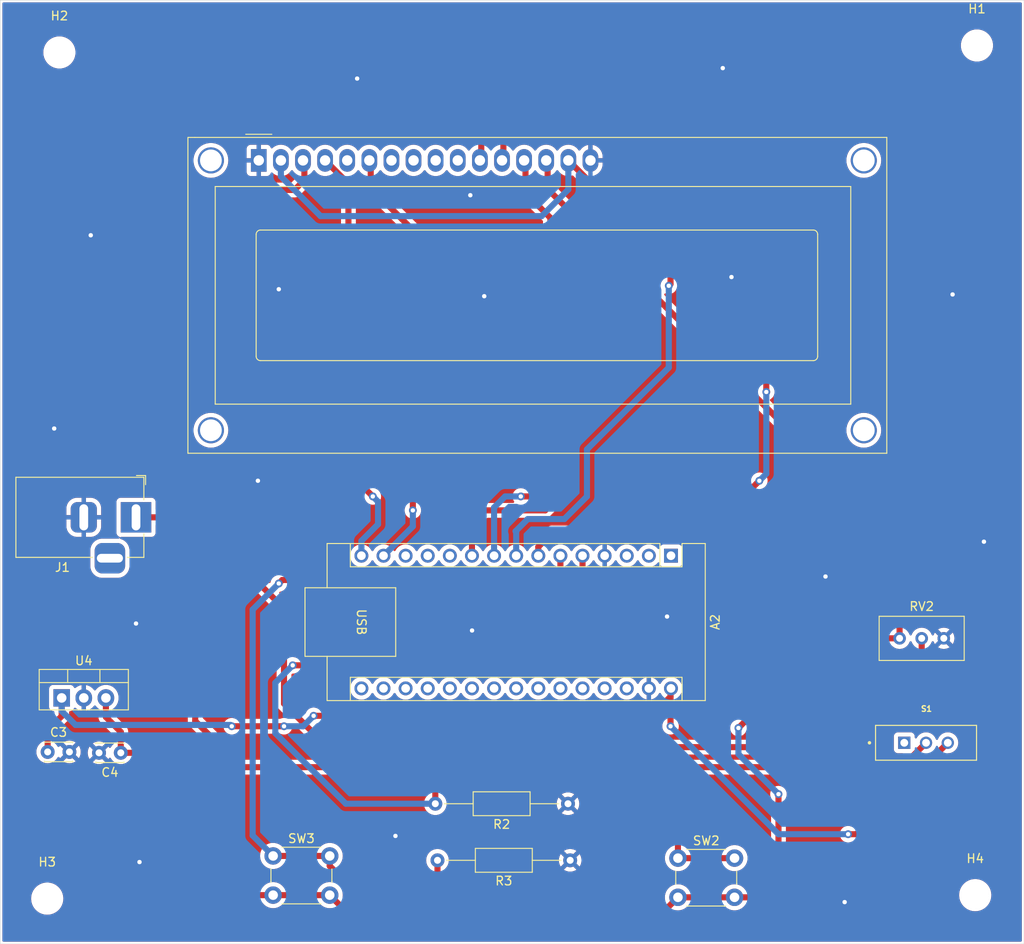
<source format=kicad_pcb>
(kicad_pcb (version 20221018) (generator pcbnew)
  (title_block (title "Game ") (date "2023-11-10") (rev "V.1") (company "Portland State University "))
  (layers (0 "F.Cu" signal) (31 "B.Cu" signal) (34 "B.Paste" user) (35 "F.Paste" user) (36 "B.SilkS" user "B.Silkscreen") (37 "F.SilkS" user "F.Silkscreen") (38 "B.Mask" user) (39 "F.Mask" user) (44 "Edge.Cuts" user))
  (net 0 "")
  (net 4 "GND")
  (net 7 "Net-(A2-D4)")
  (net 8 "Net-(A2-D5)")
  (net 9 "Net-(A2-D6)")
  (net 10 "Net-(A2-D7)")
  (net 11 "Net-(A2-D3)")
  (net 12 "Net-(A2-D2)")
  (net 14 "Net-(A2-D11)")
  (net 15 "Net-(A2-D12)")
  (net 29 "+9V")
  (net 30 "+5V")
  (net 31 "Net-(J1-Pad1)")
  (net 32 "Net-(U2-VO)")
  (footprint "MountingHole:MountingHole_3.2mm_M3" (layer "F.Cu") (at 194.4 131)
    (fp_text reference "H4" (at 0 -4.2) (layer "F.SilkS"))
    (fp_text value "MountingHole")
    (pad "" np_thru_hole circle (at 0 0) (size 3.2 3.2) (drill 3.2) (layers "*.Cu" "*.Mask"))
  )
  (footprint "Button_Switch_THT:SW_PUSH_6mm_H5mm" (layer "F.Cu") (at 160.25 126.75)
    (fp_text reference "SW2" (at 3.25 -2) (layer "F.SilkS"))
    (fp_text value "SW_Push")
    (fp_line (start -0.25 1.5) (end -0.25 3) (stroke (width 0.12)) (layer "F.SilkS"))
    (fp_line (start 1 5.5) (end 5.5 5.5) (stroke (width 0.12)) (layer "F.SilkS"))
    (fp_line (start 5.5 -1) (end 1 -1) (stroke (width 0.12)) (layer "F.SilkS"))
    (fp_line (start 6.75 3) (end 6.75 1.5) (stroke (width 0.12)) (layer "F.SilkS"))
    (pad "1" thru_hole circle (at 0 0 90) (size 2 2) (drill 1.1) (layers "*.Cu" "*.Mask") (net 12 "Net-(A2-D2)"))
    (pad "1" thru_hole circle (at 6.5 0 90) (size 2 2) (drill 1.1) (layers "*.Cu" "*.Mask") (net 12 "Net-(A2-D2)"))
    (pad "2" thru_hole circle (at 0 4.5 90) (size 2 2) (drill 1.1) (layers "*.Cu" "*.Mask") (net 30 "+5V"))
    (pad "2" thru_hole circle (at 6.5 4.5 90) (size 2 2) (drill 1.1) (layers "*.Cu" "*.Mask") (net 30 "+5V"))
  )
  (footprint "Display:WC1602A" (layer "F.Cu") (at 112.1 46.6)
    (fp_text reference "U2" hide)
    (fp_text value "LCD-16X2")
    (fp_line (start -8.14 -2.64) (end -8.14 33.64) (stroke (width 0.12)) (layer "F.SilkS"))
    (fp_line (start -8.14 33.64) (end 72.14 33.64) (stroke (width 0.12)) (layer "F.SilkS"))
    (fp_line (start -8.13 -2.64) (end -7.34 -2.64) (stroke (width 0.12)) (layer "F.SilkS"))
    (fp_line (start -5 3) (end 68 3) (stroke (width 0.12)) (layer "F.SilkS"))
    (fp_line (start -5 28) (end -5 3) (stroke (width 0.12)) (layer "F.SilkS"))
    (fp_line (start -1.5 -3) (end 1.5 -3) (stroke (width 0.12)) (layer "F.SilkS"))
    (fp_line (start -0.29972 22.49932) (end -0.29972 8.5) (stroke (width 0.12)) (layer "F.SilkS"))
    (fp_line (start 0.2 8) (end 63.7 8) (stroke (width 0.12)) (layer "F.SilkS"))
    (fp_line (start 63.70066 23) (end 0.2 23) (stroke (width 0.12)) (layer "F.SilkS"))
    (fp_line (start 64.2 8.5) (end 64.2 22.5) (stroke (width 0.12)) (layer "F.SilkS"))
    (fp_line (start 68 3) (end 68 28) (stroke (width 0.12)) (layer "F.SilkS"))
    (fp_line (start 68 28) (end -5 28) (stroke (width 0.12)) (layer "F.SilkS"))
    (fp_line (start 72.14 -2.64) (end -7.34 -2.64) (stroke (width 0.12)) (layer "F.SilkS"))
    (fp_line (start 72.14 33.64) (end 72.14 -2.64) (stroke (width 0.12)) (layer "F.SilkS"))
    (fp_arc (start -0.29972 8.49884) (mid -0.153162 8.145018) (end 0.20066 7.99846) (stroke (width 0.12)) (layer "F.SilkS"))
    (fp_arc (start 0.20066 22.9997) (mid -0.153162 22.853142) (end -0.29972 22.49932) (stroke (width 0.12)) (layer "F.SilkS"))
    (fp_arc (start 63.7 8) (mid 64.053553 8.146447) (end 64.2 8.5) (stroke (width 0.12)) (layer "F.SilkS"))
    (fp_arc (start 64.20104 22.49932) (mid 64.054473 22.853115) (end 63.70066 22.9997) (stroke (width 0.12)) (layer "F.SilkS"))
    (pad "" thru_hole circle (at -5.4991 0) (size 3 3) (drill 2.5) (layers "*.Cu" "*.Mask"))
    (pad "" thru_hole circle (at -5.4991 31.0007) (size 3 3) (drill 2.5) (layers "*.Cu" "*.Mask"))
    (pad "" thru_hole circle (at 69.49948 31.0007) (size 3 3) (drill 2.5) (layers "*.Cu" "*.Mask"))
    (pad "" thru_hole circle (at 69.5 0) (size 3 3) (drill 2.5) (layers "*.Cu" "*.Mask"))
    (pad "1" thru_hole rect (at 0 0) (size 1.8 2.6) (drill 1.2) (layers "*.Cu" "*.Mask") (net 4 "GND"))
    (pad "2" thru_hole oval (at 2.54 0) (size 1.8 2.6) (drill 1.2) (layers "*.Cu" "*.Mask") (net 30 "+5V"))
    (pad "3" thru_hole oval (at 5.08 0) (size 1.8 2.6) (drill 1.2) (layers "*.Cu" "*.Mask") (net 32 "Net-(U2-VO)"))
    (pad "4" thru_hole oval (at 7.62 0) (size 1.8 2.6) (drill 1.2) (layers "*.Cu" "*.Mask") (net 15 "Net-(A2-D12)"))
    (pad "5" thru_hole oval (at 10.16 0) (size 1.8 2.6) (drill 1.2) (layers "*.Cu" "*.Mask") (net 4 "GND"))
    (pad "6" thru_hole oval (at 12.7 0) (size 1.8 2.6) (drill 1.2) (layers "*.Cu" "*.Mask") (net 14 "Net-(A2-D11)"))
    (pad "7" thru_hole oval (at 15.24 0) (size 1.8 2.6) (drill 1.2) (layers "*.Cu" "*.Mask"))
    (pad "8" thru_hole oval (at 17.78 0) (size 1.8 2.6) (drill 1.2) (layers "*.Cu" "*.Mask"))
    (pad "9" thru_hole oval (at 20.32 0) (size 1.8 2.6) (drill 1.2) (layers "*.Cu" "*.Mask"))
    (pad "10" thru_hole oval (at 22.86 0) (size 1.8 2.6) (drill 1.2) (layers "*.Cu" "*.Mask"))
    (pad "11" thru_hole oval (at 25.4 0) (size 1.8 2.6) (drill 1.2) (layers "*.Cu" "*.Mask") (net 7 "Net-(A2-D4)"))
    (pad "12" thru_hole oval (at 27.94 0) (size 1.8 2.6) (drill 1.2) (layers "*.Cu" "*.Mask") (net 8 "Net-(A2-D5)"))
    (pad "13" thru_hole oval (at 30.48 0) (size 1.8 2.6) (drill 1.2) (layers "*.Cu" "*.Mask") (net 9 "Net-(A2-D6)"))
    (pad "14" thru_hole oval (at 33.02 0) (size 1.8 2.6) (drill 1.2) (layers "*.Cu" "*.Mask") (net 10 "Net-(A2-D7)"))
    (pad "15" thru_hole oval (at 35.56 0) (size 1.8 2.6) (drill 1.2) (layers "*.Cu" "*.Mask") (net 30 "+5V"))
    (pad "16" thru_hole oval (at 38.1 0) (size 1.8 2.6) (drill 1.2) (layers "*.Cu" "*.Mask") (net 4 "GND"))
  )
  (footprint "Resistor_THT:R_Axial_DIN0207_L6.3mm_D2.5mm_P15.24mm_Horizontal" (layer "F.Cu") (at 147.87 127 180)
    (fp_text reference "R3" (at 7.62 -2.37) (layer "F.SilkS"))
    (fp_text value "10k")
    (fp_line (start 1.04 0) (end 4.35 0) (stroke (width 0.12)) (layer "F.SilkS"))
    (fp_line (start 4.35 -1.37) (end 4.35 1.37) (stroke (width 0.12)) (layer "F.SilkS"))
    (fp_line (start 4.35 1.37) (end 10.89 1.37) (stroke (width 0.12)) (layer "F.SilkS"))
    (fp_line (start 10.89 -1.37) (end 4.35 -1.37) (stroke (width 0.12)) (layer "F.SilkS"))
    (fp_line (start 10.89 1.37) (end 10.89 -1.37) (stroke (width 0.12)) (layer "F.SilkS"))
    (fp_line (start 14.2 0) (end 10.89 0) (stroke (width 0.12)) (layer "F.SilkS"))
    (pad "1" thru_hole circle (at 0 0 180) (size 1.6 1.6) (drill 0.8) (layers "*.Cu" "*.Mask") (net 4 "GND"))
    (pad "2" thru_hole oval (at 15.24 0 180) (size 1.6 1.6) (drill 0.8) (layers "*.Cu" "*.Mask") (net 11 "Net-(A2-D3)"))
  )
  (footprint "MountingHole:MountingHole_3.2mm_M3" (layer "F.Cu") (at 87.8 131.4)
    (fp_text reference "H3" (at 0 -4.2) (layer "F.SilkS"))
    (fp_text value "MountingHole")
    (pad "" np_thru_hole circle (at 0 0) (size 3.2 3.2) (drill 3.2) (layers "*.Cu" "*.Mask"))
  )
  (footprint "Capacitor_THT:C_Disc_D3.0mm_W2.0mm_P2.50mm" (layer "F.Cu") (at 96.25 114.65 180)
    (fp_text reference "C4" (at 1.25 -2.25) (layer "F.SilkS"))
    (fp_text value "0.1uF")
    (fp_line (start -0.37 -1.12) (end -0.37 -1.055) (stroke (width 0.12)) (layer "F.SilkS"))
    (fp_line (start -0.37 -1.12) (end 2.87 -1.12) (stroke (width 0.12)) (layer "F.SilkS"))
    (fp_line (start -0.37 1.055) (end -0.37 1.12) (stroke (width 0.12)) (layer "F.SilkS"))
    (fp_line (start -0.37 1.12) (end 2.87 1.12) (stroke (width 0.12)) (layer "F.SilkS"))
    (fp_line (start 2.87 -1.12) (end 2.87 -1.055) (stroke (width 0.12)) (layer "F.SilkS"))
    (fp_line (start 2.87 1.055) (end 2.87 1.12) (stroke (width 0.12)) (layer "F.SilkS"))
    (pad "1" thru_hole circle (at 0 0 180) (size 1.6 1.6) (drill 0.8) (layers "*.Cu" "*.Mask") (net 30 "+5V"))
    (pad "2" thru_hole circle (at 2.5 0 180) (size 1.6 1.6) (drill 0.8) (layers "*.Cu" "*.Mask") (net 4 "GND"))
  )
  (footprint "MountingHole:MountingHole_3.2mm_M3" (layer "F.Cu") (at 89.2 34.2)
    (fp_text reference "H2" (at 0 -4.2) (layer "F.SilkS"))
    (fp_text value "MountingHole")
    (pad "" np_thru_hole circle (at 0 0) (size 3.2 3.2) (drill 3.2) (layers "*.Cu" "*.Mask"))
  )
  (footprint "MountingHole:MountingHole_3.2mm_M3" (layer "F.Cu") (at 194.6 33.4)
    (fp_text reference "H1" (at 0 -4.2) (layer "F.SilkS"))
    (fp_text value "MountingHole")
    (pad "" np_thru_hole circle (at 0 0) (size 3.2 3.2) (drill 3.2) (layers "*.Cu" "*.Mask"))
  )
  (footprint "Capacitor_THT:C_Disc_D3.0mm_W2.0mm_P2.50mm" (layer "F.Cu") (at 87.85 114.55)
    (fp_text reference "C3" (at 1.25 -2.25) (layer "F.SilkS"))
    (fp_text value "0.33uF")
    (fp_line (start -0.37 -1.12) (end -0.37 -1.055) (stroke (width 0.12)) (layer "F.SilkS"))
    (fp_line (start -0.37 -1.12) (end 2.87 -1.12) (stroke (width 0.12)) (layer "F.SilkS"))
    (fp_line (start -0.37 1.055) (end -0.37 1.12) (stroke (width 0.12)) (layer "F.SilkS"))
    (fp_line (start -0.37 1.12) (end 2.87 1.12) (stroke (width 0.12)) (layer "F.SilkS"))
    (fp_line (start 2.87 -1.12) (end 2.87 -1.055) (stroke (width 0.12)) (layer "F.SilkS"))
    (fp_line (start 2.87 1.055) (end 2.87 1.12) (stroke (width 0.12)) (layer "F.SilkS"))
    (pad "1" thru_hole circle (at 0 0) (size 1.6 1.6) (drill 0.8) (layers "*.Cu" "*.Mask") (net 29 "+9V"))
    (pad "2" thru_hole circle (at 2.5 0) (size 1.6 1.6) (drill 0.8) (layers "*.Cu" "*.Mask") (net 4 "GND"))
  )
  (footprint "Module:Arduino_Nano" (layer "F.Cu") (at 159.45 92.01 -90)
    (fp_text reference "A2" (at 7.62 -5.08 90) (layer "F.SilkS"))
    (fp_text value "Arduino_Nano_v3.x" hide)
    (fp_text user "USB" (at 7.62 35.56 -90 unlocked) (layer "F.SilkS"))
    (fp_line (start -1.4 -3.94) (end -1.4 -1.27) (stroke (width 0.12)) (layer "F.SilkS"))
    (fp_line (start -1.4 1.27) (end -1.4 39.5) (stroke (width 0.12)) (layer "F.SilkS"))
    (fp_line (start -1.4 39.5) (end 3.68 39.5) (stroke (width 0.12)) (layer "F.SilkS"))
    (fp_line (start 1.27 -1.27) (end -1.4 -1.27) (stroke (width 0.12)) (layer "F.SilkS"))
    (fp_line (start 1.27 1.27) (end -1.4 1.27) (stroke (width 0.12)) (layer "F.SilkS"))
    (fp_line (start 1.27 1.27) (end 1.27 -1.27) (stroke (width 0.12)) (layer "F.SilkS"))
    (fp_line (start 1.27 1.27) (end 1.27 36.83) (stroke (width 0.12)) (layer "F.SilkS"))
    (fp_line (start 1.27 36.83) (end -1.4 36.83) (stroke (width 0.12)) (layer "F.SilkS"))
    (fp_line (start 3.68 31.62) (end 11.56 31.62) (stroke (width 0.12)) (layer "F.SilkS"))
    (fp_line (start 3.68 42.04) (end 3.68 31.62) (stroke (width 0.12)) (layer "F.SilkS"))
    (fp_line (start 11.56 31.62) (end 11.56 42.04) (stroke (width 0.12)) (layer "F.SilkS"))
    (fp_line (start 11.56 42.04) (end 3.68 42.04) (stroke (width 0.12)) (layer "F.SilkS"))
    (fp_line (start 13.97 -1.27) (end 13.97 36.83) (stroke (width 0.12)) (layer "F.SilkS"))
    (fp_line (start 13.97 -1.27) (end 16.64 -1.27) (stroke (width 0.12)) (layer "F.SilkS"))
    (fp_line (start 13.97 36.83) (end 16.64 36.83) (stroke (width 0.12)) (layer "F.SilkS"))
    (fp_line (start 16.64 -3.94) (end -1.4 -3.94) (stroke (width 0.12)) (layer "F.SilkS"))
    (fp_line (start 16.64 39.5) (end 11.56 39.5) (stroke (width 0.12)) (layer "F.SilkS"))
    (fp_line (start 16.64 39.5) (end 16.64 -3.94) (stroke (width 0.12)) (layer "F.SilkS"))
    (pad "1" thru_hole rect (at 0 0 270) (size 1.6 1.6) (drill 1) (layers "*.Cu" "*.Mask"))
    (pad "2" thru_hole oval (at 0 2.54 270) (size 1.6 1.6) (drill 1) (layers "*.Cu" "*.Mask"))
    (pad "3" thru_hole oval (at 0 5.08 270) (size 1.6 1.6) (drill 1) (layers "*.Cu" "*.Mask"))
    (pad "4" thru_hole oval (at 0 7.62 270) (size 1.6 1.6) (drill 1) (layers "*.Cu" "*.Mask") (net 4 "GND"))
    (pad "5" thru_hole oval (at 0 10.16 270) (size 1.6 1.6) (drill 1) (layers "*.Cu" "*.Mask") (net 12 "Net-(A2-D2)"))
    (pad "6" thru_hole oval (at 0 12.7 270) (size 1.6 1.6) (drill 1) (layers "*.Cu" "*.Mask") (net 11 "Net-(A2-D3)"))
    (pad "7" thru_hole oval (at 0 15.24 270) (size 1.6 1.6) (drill 1) (layers "*.Cu" "*.Mask") (net 7 "Net-(A2-D4)"))
    (pad "8" thru_hole oval (at 0 17.78 270) (size 1.6 1.6) (drill 1) (layers "*.Cu" "*.Mask") (net 8 "Net-(A2-D5)"))
    (pad "9" thru_hole oval (at 0 20.32 270) (size 1.6 1.6) (drill 1) (layers "*.Cu" "*.Mask") (net 9 "Net-(A2-D6)"))
    (pad "10" thru_hole oval (at 0 22.86 270) (size 1.6 1.6) (drill 1) (layers "*.Cu" "*.Mask") (net 10 "Net-(A2-D7)"))
    (pad "11" thru_hole oval (at 0 25.4 270) (size 1.6 1.6) (drill 1) (layers "*.Cu" "*.Mask"))
    (pad "12" thru_hole oval (at 0 27.94 270) (size 1.6 1.6) (drill 1) (layers "*.Cu" "*.Mask"))
    (pad "13" thru_hole oval (at 0 30.48 270) (size 1.6 1.6) (drill 1) (layers "*.Cu" "*.Mask"))
    (pad "14" thru_hole oval (at 0 33.02 270) (size 1.6 1.6) (drill 1) (layers "*.Cu" "*.Mask") (net 14 "Net-(A2-D11)"))
    (pad "15" thru_hole oval (at 0 35.56 270) (size 1.6 1.6) (drill 1) (layers "*.Cu" "*.Mask") (net 15 "Net-(A2-D12)"))
    (pad "16" thru_hole oval (at 15.24 35.56 270) (size 1.6 1.6) (drill 1) (layers "*.Cu" "*.Mask"))
    (pad "17" thru_hole oval (at 15.24 33.02 270) (size 1.6 1.6) (drill 1) (layers "*.Cu" "*.Mask"))
    (pad "18" thru_hole oval (at 15.24 30.48 270) (size 1.6 1.6) (drill 1) (layers "*.Cu" "*.Mask"))
    (pad "19" thru_hole oval (at 15.24 27.94 270) (size 1.6 1.6) (drill 1) (layers "*.Cu" "*.Mask"))
    (pad "20" thru_hole oval (at 15.24 25.4 270) (size 1.6 1.6) (drill 1) (layers "*.Cu" "*.Mask"))
    (pad "21" thru_hole oval (at 15.24 22.86 270) (size 1.6 1.6) (drill 1) (layers "*.Cu" "*.Mask"))
    (pad "22" thru_hole oval (at 15.24 20.32 270) (size 1.6 1.6) (drill 1) (layers "*.Cu" "*.Mask"))
    (pad "23" thru_hole oval (at 15.24 17.78 270) (size 1.6 1.6) (drill 1) (layers "*.Cu" "*.Mask"))
    (pad "24" thru_hole oval (at 15.24 15.24 270) (size 1.6 1.6) (drill 1) (layers "*.Cu" "*.Mask"))
    (pad "25" thru_hole oval (at 15.24 12.7 270) (size 1.6 1.6) (drill 1) (layers "*.Cu" "*.Mask"))
    (pad "26" thru_hole oval (at 15.24 10.16 270) (size 1.6 1.6) (drill 1) (layers "*.Cu" "*.Mask"))
    (pad "27" thru_hole oval (at 15.24 7.62 270) (size 1.6 1.6) (drill 1) (layers "*.Cu" "*.Mask"))
    (pad "28" thru_hole oval (at 15.24 5.08 270) (size 1.6 1.6) (drill 1) (layers "*.Cu" "*.Mask"))
    (pad "29" thru_hole oval (at 15.24 2.54 270) (size 1.6 1.6) (drill 1) (layers "*.Cu" "*.Mask") (net 4 "GND"))
    (pad "30" thru_hole oval (at 15.24 0 270) (size 1.6 1.6) (drill 1) (layers "*.Cu" "*.Mask") (net 29 "+9V"))
  )
  (footprint "ECE_411:SW_MINI-SPDT-SW" (layer "F.Cu") (at 188.75 113.5)
    (fp_text reference "S1" (at 0.05 -3.9) (layer "F.SilkS") (effects (font (size 0.64 0.64))))
    (fp_text value "MINI-SPDT-SW")
    (fp_line (start -5.8 -2) (end -5.8 2) (stroke (width 0.127)) (layer "F.SilkS"))
    (fp_line (start -5.8 2) (end 5.8 2) (stroke (width 0.127)) (layer "F.SilkS"))
    (fp_line (start 5.8 -2) (end -5.8 -2) (stroke (width 0.127)) (layer "F.SilkS"))
    (fp_line (start 5.8 2) (end 5.8 -2) (stroke (width 0.127)) (layer "F.SilkS"))
    (fp_circle (center -6.5 0) (end -6.4 0) (stroke (width 0.2)) (fill none) (layer "F.SilkS"))
    (pad "1" thru_hole rect (at -2.5 0) (size 1.408 1.408) (drill 0.9) (layers "*.Cu" "*.Mask"))
    (pad "2" thru_hole circle (at 0 0) (size 1.408 1.408) (drill 0.9) (layers "*.Cu" "*.Mask") (net 31 "Net-(J1-Pad1)"))
    (pad "3" thru_hole circle (at 2.5 0) (size 1.408 1.408) (drill 0.9) (layers "*.Cu" "*.Mask") (net 29 "+9V"))
  )
  (footprint "Resistor_THT:R_Axial_DIN0207_L6.3mm_D2.5mm_P15.24mm_Horizontal" (layer "F.Cu") (at 147.62 120.5 180)
    (fp_text reference "R2" (at 7.62 -2.37) (layer "F.SilkS"))
    (fp_text value "10k")
    (fp_line (start 1.04 0) (end 4.35 0) (stroke (width 0.12)) (layer "F.SilkS"))
    (fp_line (start 4.35 -1.37) (end 4.35 1.37) (stroke (width 0.12)) (layer "F.SilkS"))
    (fp_line (start 4.35 1.37) (end 10.89 1.37) (stroke (width 0.12)) (layer "F.SilkS"))
    (fp_line (start 10.89 -1.37) (end 4.35 -1.37) (stroke (width 0.12)) (layer "F.SilkS"))
    (fp_line (start 10.89 1.37) (end 10.89 -1.37) (stroke (width 0.12)) (layer "F.SilkS"))
    (fp_line (start 14.2 0) (end 10.89 0) (stroke (width 0.12)) (layer "F.SilkS"))
    (pad "1" thru_hole circle (at 0 0 180) (size 1.6 1.6) (drill 0.8) (layers "*.Cu" "*.Mask") (net 4 "GND"))
    (pad "2" thru_hole oval (at 15.24 0 180) (size 1.6 1.6) (drill 0.8) (layers "*.Cu" "*.Mask") (net 12 "Net-(A2-D2)"))
  )
  (footprint "Connector_BarrelJack:BarrelJack_Horizontal" (layer "F.Cu") (at 98 87.6)
    (fp_text reference "J1" (at -8.45 5.75) (layer "F.SilkS"))
    (fp_text value "Barrel_Jack")
    (fp_line (start -13.8 -4.6) (end 0.9 -4.6) (stroke (width 0.12)) (layer "F.SilkS"))
    (fp_line (start -13.8 4.6) (end -13.8 -4.6) (stroke (width 0.12)) (layer "F.SilkS"))
    (fp_line (start -5 4.6) (end -13.8 4.6) (stroke (width 0.12)) (layer "F.SilkS"))
    (fp_line (start 0.05 -4.8) (end 1.1 -4.8) (stroke (width 0.12)) (layer "F.SilkS"))
    (fp_line (start 0.9 -4.6) (end 0.9 -2) (stroke (width 0.12)) (layer "F.SilkS"))
    (fp_line (start 0.9 1.9) (end 0.9 4.6) (stroke (width 0.12)) (layer "F.SilkS"))
    (fp_line (start 0.9 4.6) (end -1 4.6) (stroke (width 0.12)) (layer "F.SilkS"))
    (fp_line (start 1.1 -3.75) (end 1.1 -4.8) (stroke (width 0.12)) (layer "F.SilkS"))
    (pad "1" thru_hole rect (at 0 0) (size 3.5 3.5) (drill oval 1 3) (layers "*.Cu" "*.Mask") (net 31 "Net-(J1-Pad1)"))
    (pad "2" thru_hole roundrect (at -6 0) (size 3 3.5) (drill oval 1 3) (layers "*.Cu" "*.Mask") (net 4 "GND"))
    (pad "3" thru_hole roundrect (at -3 4.7) (size 3.5 3.5) (drill oval 3 1) (layers "*.Cu" "*.Mask"))
  )
  (footprint "Package_TO_SOT_THT:TO-220-3_Vertical" (layer "F.Cu") (at 89.46 108.345)
    (fp_text reference "U4" (at 2.54 -4.27) (layer "F.SilkS"))
    (fp_text value "LM7805_TO220")
    (fp_line (start -2.58 -3.27) (end -2.58 1.371) (stroke (width 0.12)) (layer "F.SilkS"))
    (fp_line (start -2.58 -3.27) (end 7.66 -3.27) (stroke (width 0.12)) (layer "F.SilkS"))
    (fp_line (start -2.58 -1.76) (end 7.66 -1.76) (stroke (width 0.12)) (layer "F.SilkS"))
    (fp_line (start -2.58 1.371) (end 7.66 1.371) (stroke (width 0.12)) (layer "F.SilkS"))
    (fp_line (start 0.69 -3.27) (end 0.69 -1.76) (stroke (width 0.12)) (layer "F.SilkS"))
    (fp_line (start 4.391 -3.27) (end 4.391 -1.76) (stroke (width 0.12)) (layer "F.SilkS"))
    (fp_line (start 7.66 -3.27) (end 7.66 1.371) (stroke (width 0.12)) (layer "F.SilkS"))
    (pad "1" thru_hole rect (at 0 0) (size 1.905 2) (drill 1.1) (layers "*.Cu" "*.Mask") (net 29 "+9V"))
    (pad "2" thru_hole oval (at 2.54 0) (size 1.905 2) (drill 1.1) (layers "*.Cu" "*.Mask") (net 4 "GND"))
    (pad "3" thru_hole oval (at 5.08 0) (size 1.905 2) (drill 1.1) (layers "*.Cu" "*.Mask") (net 30 "+5V"))
  )
  (footprint "Potentiometer_THT:Potentiometer_Bourns_3296W_Vertical" (layer "F.Cu") (at 190.79 101.5)
    (fp_text reference "RV2" (at -2.54 -3.66) (layer "F.SilkS"))
    (fp_text value "10k")
    (fp_line (start -7.425 -2.53) (end -7.425 2.54) (stroke (width 0.12)) (layer "F.SilkS"))
    (fp_line (start -7.425 -2.53) (end 2.345 -2.53) (stroke (width 0.12)) (layer "F.SilkS"))
    (fp_line (start -7.425 2.54) (end 2.345 2.54) (stroke (width 0.12)) (layer "F.SilkS"))
    (fp_line (start 2.345 -2.53) (end 2.345 2.54) (stroke (width 0.12)) (layer "F.SilkS"))
    (pad "1" thru_hole circle (at 0 0) (size 1.44 1.44) (drill 0.8) (layers "*.Cu" "*.Mask") (net 4 "GND"))
    (pad "2" thru_hole circle (at -2.54 0) (size 1.44 1.44) (drill 0.8) (layers "*.Cu" "*.Mask") (net 32 "Net-(U2-VO)"))
    (pad "3" thru_hole circle (at -5.08 0) (size 1.44 1.44) (drill 0.8) (layers "*.Cu" "*.Mask") (net 30 "+5V"))
  )
  (footprint "Button_Switch_THT:SW_PUSH_6mm_H5mm" (layer "F.Cu") (at 113.75 126.5)
    (fp_text reference "SW3" (at 3.25 -2) (layer "F.SilkS"))
    (fp_text value "SW_Push")
    (fp_line (start -0.25 1.5) (end -0.25 3) (stroke (width 0.12)) (layer "F.SilkS"))
    (fp_line (start 1 5.5) (end 5.5 5.5) (stroke (width 0.12)) (layer "F.SilkS"))
    (fp_line (start 5.5 -1) (end 1 -1) (stroke (width 0.12)) (layer "F.SilkS"))
    (fp_line (start 6.75 3) (end 6.75 1.5) (stroke (width 0.12)) (layer "F.SilkS"))
    (pad "1" thru_hole circle (at 0 0 90) (size 2 2) (drill 1.1) (layers "*.Cu" "*.Mask") (net 11 "Net-(A2-D3)"))
    (pad "1" thru_hole circle (at 6.5 0 90) (size 2 2) (drill 1.1) (layers "*.Cu" "*.Mask") (net 11 "Net-(A2-D3)"))
    (pad "2" thru_hole circle (at 0 4.5 90) (size 2 2) (drill 1.1) (layers "*.Cu" "*.Mask") (net 30 "+5V"))
    (pad "2" thru_hole circle (at 6.5 4.5 90) (size 2 2) (drill 1.1) (layers "*.Cu" "*.Mask") (net 30 "+5V"))
  )
  (gr_rect (start 82.4 28.2) (end 200 136.6) (stroke (width 0.05)) (fill none) (layer "Edge.Cuts"))
  (via (at 177.2 94.4) (size 0.9) (drill 0.5) (layers "F.Cu" "B.Cu") (net 4))
  (via (at 98.4 127.2) (size 0.9) (drill 0.5) (layers "F.Cu" "B.Cu") (net 4))
  (via (at 191.8 62) (size 0.9) (drill 0.5) (layers "F.Cu" "B.Cu") (net 4))
  (via (at 114.4 61.4) (size 0.9) (drill 0.5) (layers "F.Cu" "B.Cu") (net 4))
  (via (at 98 99.8) (size 0.9) (drill 0.5) (layers "F.Cu" "B.Cu") (net 4))
  (via (at 195.4 90.4) (size 0.9) (drill 0.5) (layers "F.Cu" "B.Cu") (net 4))
  (via (at 138 62.2) (size 0.9) (drill 0.5) (layers "F.Cu" "B.Cu") (net 4))
  (via (at 123.4 37.2) (size 0.9) (drill 0.5) (layers "F.Cu" "B.Cu") (net 4))
  (via (at 179.4 131.8) (size 0.9) (drill 0.5) (layers "F.Cu" "B.Cu") (net 4))
  (via (at 136.6 100.6) (size 0.9) (drill 0.5) (layers "F.Cu" "B.Cu") (net 4))
  (via (at 127.8 124.2) (size 0.9) (drill 0.5) (layers "F.Cu" "B.Cu") (net 4))
  (via (at 136.4 50.6) (size 0.9) (drill 0.5) (layers "F.Cu" "B.Cu") (net 4))
  (via (at 159 99) (size 0.9) (drill 0.5) (layers "F.Cu" "B.Cu") (net 4))
  (via (at 92.8 55.2) (size 0.9) (drill 0.5) (layers "F.Cu" "B.Cu") (net 4))
  (via (at 165.4 36) (size 0.9) (drill 0.5) (layers "F.Cu" "B.Cu") (net 4))
  (via (at 166.4 60) (size 0.9) (drill 0.5) (layers "F.Cu" "B.Cu") (net 4))
  (via (at 112 83.4) (size 0.9) (drill 0.5) (layers "F.Cu" "B.Cu") (net 4))
  (via (at 88.6 77.4) (size 0.9) (drill 0.5) (layers "F.Cu" "B.Cu") (net 4))
  (segment (start 170.4 54.2) (end 170.4 73.2) (width 0.7) (layer "F.Cu") (net 7))
  (segment (start 163.6 89.4) (end 145.8 89.4) (width 0.7) (layer "F.Cu") (net 7))
  (segment (start 144.21 90.99) (end 144.21 92.01) (width 0.7) (layer "F.Cu") (net 7))
  (segment (start 137.66 46.755) (end 137.66 43.14) (width 0.7) (layer "F.Cu") (net 7))
  (segment (start 140 40.8) (end 157 40.8) (width 0.7) (layer "F.Cu") (net 7))
  (segment (start 157 40.8) (end 170.4 54.2) (width 0.7) (layer "F.Cu") (net 7))
  (segment (start 145.8 89.4) (end 144.21 90.99) (width 0.7) (layer "F.Cu") (net 7))
  (segment (start 137.66 43.14) (end 140 40.8) (width 0.7) (layer "F.Cu") (net 7))
  (segment (start 169.6 83.4) (end 163.6 89.4) (width 0.7) (layer "F.Cu") (net 7))
  (via (at 169.6 83.4) (size 0.9) (drill 0.5) (layers "F.Cu" "B.Cu") (net 7))
  (via (at 170.4 73.2) (size 0.9) (drill 0.5) (layers "F.Cu" "B.Cu") (net 7))
  (segment (start 170.4 73.2) (end 170.4 82.6) (width 0.7) (layer "B.Cu") (net 7))
  (segment (start 170.4 82.6) (end 169.6 83.4) (width 0.7) (layer "B.Cu") (net 7))
  (segment (start 141.4 42) (end 156.6 42) (width 0.7) (layer "F.Cu") (net 8))
  (segment (start 140.2 43.2) (end 141.4 42) (width 0.7) (layer "F.Cu") (net 8))
  (segment (start 156.6 42) (end 159.4 44.8) (width 0.7) (layer "F.Cu") (net 8))
  (segment (start 159.4 60.8) (end 159.2 61) (width 0.7) (layer "F.Cu") (net 8))
  (segment (start 159.4 44.8) (end 159.4 60.8) (width 0.7) (layer "F.Cu") (net 8))
  (segment (start 140.2 46.755) (end 140.2 43.2) (width 0.7) (layer "F.Cu") (net 8))
  (via (at 159.2 61) (size 0.9) (drill 0.5) (layers "F.Cu" "B.Cu") (net 8))
  (segment (start 147.2 87.8) (end 143 87.8) (width 0.7) (layer "B.Cu") (net 8))
  (segment (start 149.8 85.2) (end 147.2 87.8) (width 0.7) (layer "B.Cu") (net 8))
  (segment (start 143 87.8) (end 141.6 89.2) (width 0.7) (layer "B.Cu") (net 8))
  (segment (start 141.67 89.27) (end 141.67 92.01) (width 0.7) (layer "B.Cu") (net 8))
  (segment (start 149.8 79.8) (end 149.8 85.2) (width 0.7) (layer "B.Cu") (net 8))
  (segment (start 159.2 61) (end 159.2 70.4) (width 0.7) (layer "B.Cu") (net 8))
  (segment (start 159.2 70.4) (end 149.8 79.8) (width 0.7) (layer "B.Cu") (net 8))
  (segment (start 141.6 89.2) (end 141.67 89.27) (width 0.7) (layer "B.Cu") (net 8))
  (segment (start 142.74 46.755) (end 142.74 50.34) (width 0.7) (layer "F.Cu") (net 9))
  (segment (start 145.6 84) (end 144.4 85.2) (width 0.7) (layer "F.Cu") (net 9))
  (segment (start 145.6 53.2) (end 145.6 84) (width 0.7) (layer "F.Cu") (net 9))
  (segment (start 144.4 85.2) (end 142.2 85.2) (width 0.7) (layer "F.Cu") (net 9))
  (segment (start 142.74 50.34) (end 145.6 53.2) (width 0.7) (layer "F.Cu") (net 9))
  (via (at 142.2 85.2) (size 0.9) (drill 0.5) (layers "F.Cu" "B.Cu") (net 9))
  (segment (start 140.4 85.2) (end 139.13 86.47) (width 0.7) (layer "B.Cu") (net 9))
  (segment (start 139.13 86.47) (end 139.13 92.01) (width 0.7) (layer "B.Cu") (net 9))
  (segment (start 142.2 85.2) (end 140.4 85.2) (width 0.7) (layer "B.Cu") (net 9))
  (segment (start 145.28 46.755) (end 145.28 49.88) (width 0.7) (layer "F.Cu") (net 10))
  (segment (start 138 86.8) (end 136.59 88.21) (width 0.7) (layer "F.Cu") (net 10))
  (segment (start 145.28 49.88) (end 147.4 52) (width 0.7) (layer "F.Cu") (net 10))
  (segment (start 136.59 88.21) (end 136.59 92.01) (width 0.7) (layer "F.Cu") (net 10))
  (segment (start 147.4 84.4) (end 145 86.8) (width 0.7) (layer "F.Cu") (net 10))
  (segment (start 145 86.8) (end 138 86.8) (width 0.7) (layer "F.Cu") (net 10))
  (segment (start 147.4 52) (end 147.4 84.4) (width 0.7) (layer "F.Cu") (net 10))
  (segment (start 120.25 127.65) (end 120.25 126.5) (width 0.7) (layer "F.Cu") (net 11))
  (segment (start 123.6 131) (end 120.25 127.65) (width 0.7) (layer "F.Cu") (net 11))
  (segment (start 146.2 94.8) (end 114.8 94.8) (width 0.7) (layer "F.Cu") (net 11))
  (segment (start 146.75 92.01) (end 146.75 94.25) (width 0.7) (layer "F.Cu") (net 11))
  (segment (start 132.63 127) (end 132.63 129.57) (width 0.7) (layer "F.Cu") (net 11))
  (segment (start 113.75 126.5) (end 120.25 126.5) (width 0.7) (layer "F.Cu") (net 11))
  (segment (start 132.63 129.57) (end 131.2 131) (width 0.7) (layer "F.Cu") (net 11))
  (segment (start 131.2 131) (end 123.6 131) (width 0.7) (layer "F.Cu") (net 11))
  (segment (start 146.75 94.25) (end 146.2 94.8) (width 0.7) (layer "F.Cu") (net 11))
  (segment (start 114.8 94.8) (end 114.4 95.2) (width 0.7) (layer "F.Cu") (net 11))
  (via (at 114.4 95.2) (size 0.9) (drill 0.5) (layers "F.Cu" "B.Cu") (net 11))
  (segment (start 111.4 98.2) (end 111.4 124.15) (width 0.7) (layer "B.Cu") (net 11))
  (segment (start 111.4 124.15) (end 113.75 126.5) (width 0.7) (layer "B.Cu") (net 11))
  (segment (start 114.4 95.2) (end 111.4 98.2) (width 0.7) (layer "B.Cu") (net 11))
  (segment (start 132.38 118.82) (end 134 117.2) (width 0.7) (layer "F.Cu") (net 12))
  (segment (start 149.29 95.51) (end 147.6 97.2) (width 0.7) (layer "F.Cu") (net 12))
  (segment (start 134 117.2) (end 157 117.2) (width 0.7) (layer "F.Cu") (net 12))
  (segment (start 149.29 92.01) (end 149.29 95.51) (width 0.7) (layer "F.Cu") (net 12))
  (segment (start 120.2 104.6) (end 116.1 104.6) (width 0.7) (layer "F.Cu") (net 12))
  (segment (start 116.1 104.6) (end 115.9995 104.6) (width 0.7) (layer "F.Cu") (net 12))
  (segment (start 132.38 120.5) (end 132.38 118.82) (width 0.7) (layer "F.Cu") (net 12))
  (segment (start 140.2 104.6) (end 120.2 104.6) (width 0.7) (layer "F.Cu") (net 12))
  (segment (start 157 117.2) (end 160.25 120.45) (width 0.7) (layer "F.Cu") (net 12))
  (segment (start 147.6 97.2) (end 140.2 104.6) (width 0.7) (layer "F.Cu") (net 12))
  (segment (start 160.25 120.45) (end 160.25 126.75) (width 0.7) (layer "F.Cu") (net 12))
  (segment (start 166.75 126.75) (end 160.25 126.75) (width 0.7) (layer "F.Cu") (net 12))
  (via (at 115.9995 104.6) (size 0.9) (drill 0.5) (layers "F.Cu" "B.Cu") (net 12))
  (segment (start 114 112.4) (end 122.1 120.5) (width 0.7) (layer "B.Cu") (net 12))
  (segment (start 115.9995 104.6) (end 114 106.5995) (width 0.7) (layer "B.Cu") (net 12))
  (segment (start 114 106.5995) (end 114 112.4) (width 0.7) (layer "B.Cu") (net 12))
  (segment (start 122.1 120.5) (end 132.38 120.5) (width 0.7) (layer "B.Cu") (net 12))
  (segment (start 124.96 49.76) (end 129.8 54.6) (width 0.7) (layer "F.Cu") (net 14))
  (segment (start 129.8 54.6) (end 129.8 86.8) (width 0.7) (layer "F.Cu") (net 14))
  (segment (start 124.96 46.755) (end 124.96 49.76) (width 0.7) (layer "F.Cu") (net 14))
  (via (at 129.8 86.8) (size 0.9) (drill 0.5) (layers "F.Cu" "B.Cu") (net 14))
  (segment (start 129.8 86.8) (end 129.8 88.64) (width 0.7) (layer "B.Cu") (net 14))
  (segment (start 129.8 88.64) (end 126.43 92.01) (width 0.7) (layer "B.Cu") (net 14))
  (segment (start 122.4 82.4) (end 125.2 85.2) (width 0.7) (layer "F.Cu") (net 15))
  (segment (start 122.4 49.275) (end 122.4 82.4) (width 0.7) (layer "F.Cu") (net 15))
  (segment (start 119.88 46.755) (end 122.4 49.275) (width 0.7) (layer "F.Cu") (net 15))
  (via (at 125.2 85.2) (size 0.9) (drill 0.5) (layers "F.Cu" "B.Cu") (net 15))
  (segment (start 125.2 85.2) (end 125.8 85.8) (width 0.7) (layer "B.Cu") (net 15))
  (segment (start 123.89 90.31) (end 123.89 92.01) (width 0.7) (layer "B.Cu") (net 15))
  (segment (start 125.8 88.4) (end 123.89 90.31) (width 0.7) (layer "B.Cu") (net 15))
  (segment (start 125.8 85.8) (end 125.8 88.4) (width 0.7) (layer "B.Cu") (net 15))
  (segment (start 89.46 110.44) (end 89.46 108.345) (width 0.7) (layer "F.Cu") (net 29))
  (segment (start 159.4 108.2) (end 157.2 110.4) (width 0.7) (layer "F.Cu") (net 29))
  (segment (start 87.85 114.55) (end 87.85 112.05) (width 0.7) (layer "F.Cu") (net 29))
  (segment (start 179.8 124) (end 180.75 124) (width 0.7) (layer "F.Cu") (net 29))
  (segment (start 159.4 108.2) (end 159.4 107.3) (width 0.7) (layer "F.Cu") (net 29))
  (segment (start 157.2 110.4) (end 118.4 110.4) (width 0.7) (layer "F.Cu") (net 29))
  (segment (start 159.4 107.3) (end 159.45 107.25) (width 0.7) (layer "F.Cu") (net 29))
  (segment (start 115 111.6) (end 108.9995 111.6) (width 0.7) (layer "F.Cu") (net 29))
  (segment (start 87.85 112.05) (end 89.46 110.44) (width 0.7) (layer "F.Cu") (net 29))
  (segment (start 159.4 111.6) (end 159.4 108.2) (width 0.7) (layer "F.Cu") (net 29))
  (segment (start 180.75 124) (end 191.25 113.5) (width 0.7) (layer "F.Cu") (net 29))
  (via (at 108.9995 111.6) (size 0.9) (drill 0.5) (layers "F.Cu" "B.Cu") (net 29))
  (via (at 179.8 124) (size 0.9) (drill 0.5) (layers "F.Cu" "B.Cu") (net 29))
  (via (at 159.4 111.6) (size 0.9) (drill 0.5) (layers "F.Cu" "B.Cu") (net 29))
  (via (at 118.4 110.4) (size 0.9) (drill 0.5) (layers "F.Cu" "B.Cu") (net 29))
  (via (at 115 111.6) (size 0.9) (drill 0.5) (layers "F.Cu" "B.Cu") (net 29))
  (segment (start 171.8 124) (end 179.8 124) (width 0.7) (layer "B.Cu") (net 29))
  (segment (start 89.46 108.345) (end 89.46 109.86) (width 0.7) (layer "B.Cu") (net 29))
  (segment (start 91.05 111.45) (end 108.8495 111.45) (width 0.7) (layer "B.Cu") (net 29))
  (segment (start 118.4 110.4) (end 117.2 111.6) (width 0.7) (layer "B.Cu") (net 29))
  (segment (start 89.46 109.86) (end 91.05 111.45) (width 0.7) (layer "B.Cu") (net 29))
  (segment (start 108.8495 111.45) (end 108.9995 111.6) (width 0.7) (layer "B.Cu") (net 29))
  (segment (start 159.4 111.6) (end 171.8 124) (width 0.7) (layer "B.Cu") (net 29))
  (segment (start 117.2 111.6) (end 115 111.6) (width 0.7) (layer "B.Cu") (net 29))
  (segment (start 94.54 108.345) (end 94.54 110.54) (width 0.7) (layer "F.Cu") (net 30))
  (segment (start 94.54 110.54) (end 96.25 112.25) (width 0.7) (layer "F.Cu") (net 30))
  (segment (start 108.6 129.2) (end 110.4 131) (width 0.7) (layer "F.Cu") (net 30))
  (segment (start 120.25 131) (end 113.75 131) (width 0.7) (layer "F.Cu") (net 30))
  (segment (start 177.5 101.5) (end 167.2 111.8) (width 0.7) (layer "F.Cu") (net 30))
  (segment (start 160.25 131.25) (end 157.5 134) (width 0.7) (layer "F.Cu") (net 30))
  (segment (start 150.36 54.94) (end 185.71 90.29) (width 0.7) (layer "F.Cu") (net 30))
  (segment (start 110.4 131) (end 113.75 131) (width 0.7) (layer "F.Cu") (net 30))
  (segment (start 169.75 131.25) (end 166.75 131.25) (width 0.7) (layer "F.Cu") (net 30))
  (segment (start 171.8 119.4) (end 171.8 129.2) (width 0.7) (layer "F.Cu") (net 30))
  (segment (start 105.45 114.65) (end 108.6 117.8) (width 0.7) (layer "F.Cu") (net 30))
  (segment (start 185.71 101.5) (end 185.71 90.29) (width 0.7) (layer "F.Cu") (net 30))
  (segment (start 160.25 131.25) (end 166.75 131.25) (width 0.7) (layer "F.Cu") (net 30))
  (segment (start 148 46.575) (end 147.82 46.755) (width 0.7) (layer "F.Cu") (net 30))
  (segment (start 150.36 49.3) (end 150.36 54.94) (width 0.7) (layer "F.Cu") (net 30))
  (segment (start 147.66 46.6) (end 150.36 49.3) (width 0.7) (layer "F.Cu") (net 30))
  (segment (start 171.8 129.2) (end 169.75 131.25) (width 0.7) (layer "F.Cu") (net 30))
  (segment (start 185.71 101.5) (end 177.5 101.5) (width 0.7) (layer "F.Cu") (net 30))
  (segment (start 96.25 112.25) (end 96.25 114.65) (width 0.7) (layer "F.Cu") (net 30))
  (segment (start 123.25 134) (end 120.25 131) (width 0.7) (layer "F.Cu") (net 30))
  (segment (start 157.5 134) (end 123.25 134) (width 0.7) (layer "F.Cu") (net 30))
  (segment (start 108.6 117.8) (end 108.6 129.2) (width 0.7) (layer "F.Cu") (net 30))
  (segment (start 96.25 114.65) (end 105.45 114.65) (width 0.7) (layer "F.Cu") (net 30))
  (via (at 171.8 119.4) (size 0.9) (drill 0.5) (layers "F.Cu" "B.Cu") (net 30))
  (via (at 167.2 111.8) (size 0.9) (drill 0.5) (layers "F.Cu" "B.Cu") (net 30))
  (segment (start 144.6 53) (end 147.66 49.94) (width 0.7) (layer "B.Cu") (net 30))
  (segment (start 167.2 111.8) (end 167.2 114.8) (width 0.7) (layer "B.Cu") (net 30))
  (segment (start 147.66 49.94) (end 147.66 46.6) (width 0.7) (layer "B.Cu") (net 30))
  (segment (start 119.2 53) (end 144.6 53) (width 0.7) (layer "B.Cu") (net 30))
  (segment (start 114.64 48.44) (end 119.2 53) (width 0.7) (layer "B.Cu") (net 30))
  (segment (start 167.2 114.8) (end 171.8 119.4) (width 0.7) (layer "B.Cu") (net 30))
  (segment (start 114.64 46.6) (end 114.64 48.44) (width 0.7) (layer "B.Cu") (net 30))
  (segment (start 101 87.6) (end 98 87.6) (width 0.7) (layer "F.Cu") (net 31))
  (segment (start 110.1 116.3) (end 104.8 111) (width 0.7) (layer "F.Cu") (net 31))
  (segment (start 185.95 116.3) (end 110.1 116.3) (width 0.7) (layer "F.Cu") (net 31))
  (segment (start 104.8 91.4) (end 101 87.6) (width 0.7) (layer "F.Cu") (net 31))
  (segment (start 188.75 113.5) (end 185.95 116.3) (width 0.7) (layer "F.Cu") (net 31))
  (segment (start 104.8 111) (end 104.8 91.4) (width 0.7) (layer "F.Cu") (net 31))
  (segment (start 115 109) (end 120 114) (width 0.7) (layer "F.Cu") (net 32))
  (segment (start 185.2 106.8) (end 188.25 103.75) (width 0.7) (layer "F.Cu") (net 32))
  (segment (start 168.8 114) (end 176 106.8) (width 0.7) (layer "F.Cu") (net 32))
  (segment (start 176 106.8) (end 185.2 106.8) (width 0.7) (layer "F.Cu") (net 32))
  (segment (start 113.8 50) (end 102.6 61.2) (width 0.7) (layer "F.Cu") (net 32))
  (segment (start 117.34 46.755) (end 117.34 48.86) (width 0.7) (layer "F.Cu") (net 32))
  (segment (start 102.663604 85.736396) (end 115 98.072792) (width 0.7) (layer "F.Cu") (net 32))
  (segment (start 116.2 50) (end 113.8 50) (width 0.7) (layer "F.Cu") (net 32))
  (segment (start 120 114) (end 168.8 114) (width 0.7) (layer "F.Cu") (net 32))
  (segment (start 117.34 48.86) (end 116.2 50) (width 0.7) (layer "F.Cu") (net 32))
  (segment (start 102.6 61.2) (end 102.6 85.672792) (width 0.7) (layer "F.Cu") (net 32))
  (segment (start 188.25 103.75) (end 188.25 101.5) (width 0.7) (layer "F.Cu") (net 32))
  (segment (start 115 98.072792) (end 115 109) (width 0.7) (layer "F.Cu") (net 32))
  (segment (start 102.6 85.672792) (end 102.663604 85.736396) (width 0.7) (layer "F.Cu") (net 32))
  (zone (net 4) (net_name "GND") (layers "F&B.Cu") (connect_pads (clearance 0.5)) (min_thickness 0.25) (fill yes (thermal_gap 0.5) (thermal_bridge_width 0.5))
    (polygon (pts (xy 82.4 28.2) (xy 200 28.2) (xy 200 136.6) (xy 82.4 136.6)))
  )
)
</source>
